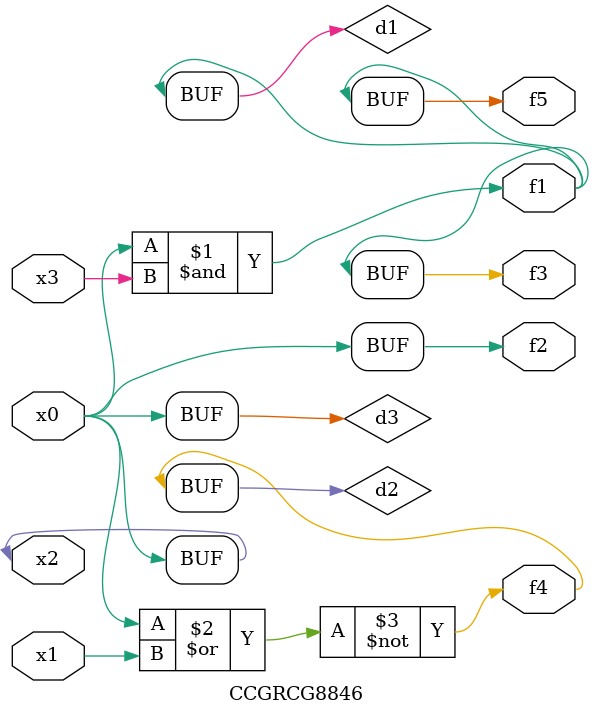
<source format=v>
module CCGRCG8846(
	input x0, x1, x2, x3,
	output f1, f2, f3, f4, f5
);

	wire d1, d2, d3;

	and (d1, x2, x3);
	nor (d2, x0, x1);
	buf (d3, x0, x2);
	assign f1 = d1;
	assign f2 = d3;
	assign f3 = d1;
	assign f4 = d2;
	assign f5 = d1;
endmodule

</source>
